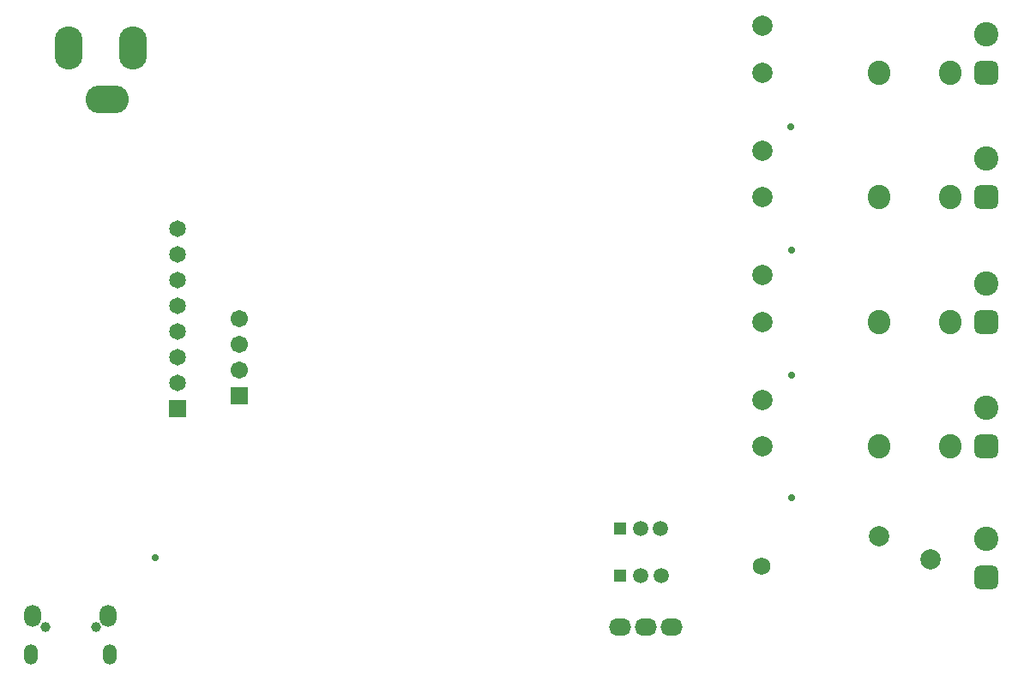
<source format=gbr>
%TF.GenerationSoftware,Altium Limited,Altium Designer,24.9.1 (31)*%
G04 Layer_Color=16711935*
%FSLAX45Y45*%
%MOMM*%
%TF.SameCoordinates,27D3D336-BC1F-43B1-B9D8-2BE266924E3D*%
%TF.FilePolarity,Negative*%
%TF.FileFunction,Soldermask,Bot*%
%TF.Part,Single*%
G01*
G75*
%TA.AperFunction,ComponentPad*%
%ADD53R,1.30000X1.30000*%
%ADD57C,1.65100*%
%ADD58R,1.65100X1.65100*%
%ADD103O,4.26720X2.74320*%
%ADD104O,2.74320X4.26720*%
%ADD105C,2.00320*%
%ADD106O,2.20320X2.40320*%
%ADD107O,1.65320X2.20320*%
%ADD108O,1.35320X2.00320*%
%ADD109C,1.00320*%
%ADD110C,1.50320*%
%ADD111C,1.70320*%
%ADD112R,1.70320X1.70320*%
%ADD113O,2.20320X1.70320*%
%ADD114C,2.40320*%
G04:AMPARAMS|DCode=115|XSize=2.4032mm|YSize=2.4032mm|CornerRadius=0.6516mm|HoleSize=0mm|Usage=FLASHONLY|Rotation=90.000|XOffset=0mm|YOffset=0mm|HoleType=Round|Shape=RoundedRectangle|*
%AMROUNDEDRECTD115*
21,1,2.40320,1.10000,0,0,90.0*
21,1,1.10000,2.40320,0,0,90.0*
1,1,1.30320,0.55000,0.55000*
1,1,1.30320,0.55000,-0.55000*
1,1,1.30320,-0.55000,-0.55000*
1,1,1.30320,-0.55000,0.55000*
%
%ADD115ROUNDEDRECTD115*%
%TA.AperFunction,ViaPad*%
%ADD116C,1.72720*%
%ADD117C,0.71120*%
D53*
X6054139Y946343D02*
D03*
X6050940Y1412240D02*
D03*
D57*
X1678940Y4373880D02*
D03*
Y4119880D02*
D03*
Y3865880D02*
D03*
Y3611880D02*
D03*
Y3357880D02*
D03*
Y3103880D02*
D03*
Y2849880D02*
D03*
D58*
Y2595880D02*
D03*
D103*
X988060Y5654040D02*
D03*
D104*
X607060Y6162040D02*
D03*
X1242060D02*
D03*
D105*
X7457440Y4683615D02*
D03*
Y5143615D02*
D03*
X8607440Y1328996D02*
D03*
X9115440Y1100396D02*
D03*
X7457440Y2679721D02*
D03*
Y2219721D02*
D03*
Y3912801D02*
D03*
Y3452801D02*
D03*
Y6374429D02*
D03*
Y5914429D02*
D03*
D106*
X8607440Y4683615D02*
D03*
X9307440D02*
D03*
Y2219721D02*
D03*
X8607440D02*
D03*
X9307440Y3452801D02*
D03*
X8607440D02*
D03*
X9307440Y5914429D02*
D03*
X8607440D02*
D03*
D107*
X253852Y541760D02*
D03*
X998852D02*
D03*
D108*
X238852Y161760D02*
D03*
X1013852D02*
D03*
D109*
X376352Y436761D02*
D03*
X876352D02*
D03*
D110*
X6254139Y946343D02*
D03*
X6454139D02*
D03*
X6250940Y1412240D02*
D03*
X6450940D02*
D03*
D111*
X2288540Y3482340D02*
D03*
Y3228340D02*
D03*
Y2974340D02*
D03*
D112*
Y2720340D02*
D03*
D113*
X6556980Y437459D02*
D03*
X6302980D02*
D03*
X6048980D02*
D03*
D114*
X9667602Y1308995D02*
D03*
Y2602988D02*
D03*
X9670641Y6295429D02*
D03*
Y5064615D02*
D03*
X9667602Y3833801D02*
D03*
D115*
Y927995D02*
D03*
Y2221988D02*
D03*
X9670641Y5914429D02*
D03*
Y4683615D02*
D03*
X9667602Y3452801D02*
D03*
D116*
X7452360Y1038860D02*
D03*
D117*
X7739380Y5377180D02*
D03*
X7741920Y4157980D02*
D03*
Y1709420D02*
D03*
Y2923540D02*
D03*
X1463040Y1122680D02*
D03*
%TF.MD5,264c26b980811ca7ac94727467a65437*%
M02*

</source>
